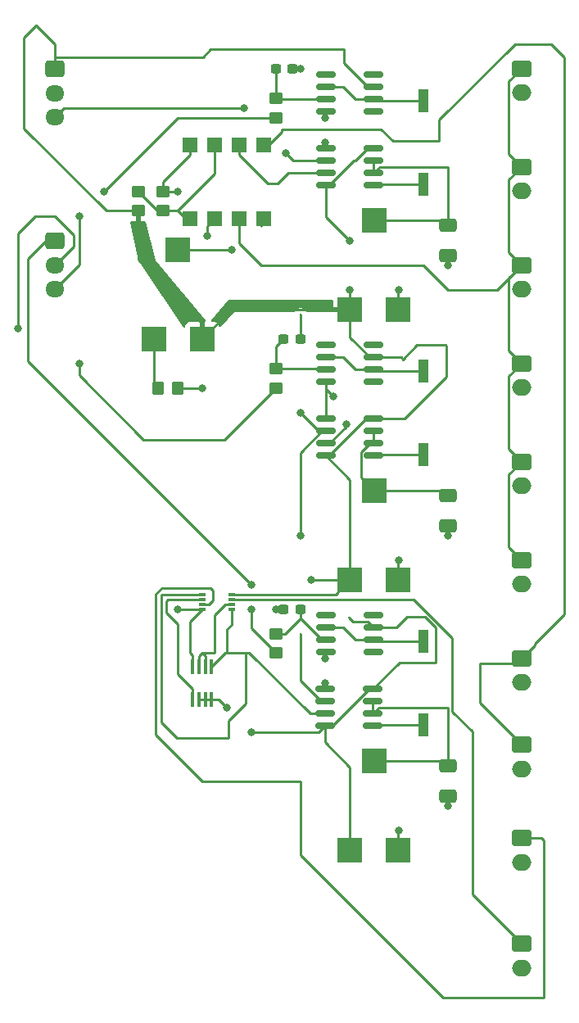
<source format=gbr>
%TF.GenerationSoftware,KiCad,Pcbnew,7.0.7*%
%TF.CreationDate,2023-10-13T16:46:10-07:00*%
%TF.ProjectId,555Trigger,35353554-7269-4676-9765-722e6b696361,0*%
%TF.SameCoordinates,Original*%
%TF.FileFunction,Copper,L1,Top*%
%TF.FilePolarity,Positive*%
%FSLAX46Y46*%
G04 Gerber Fmt 4.6, Leading zero omitted, Abs format (unit mm)*
G04 Created by KiCad (PCBNEW 7.0.7) date 2023-10-13 16:46:10*
%MOMM*%
%LPD*%
G01*
G04 APERTURE LIST*
G04 Aperture macros list*
%AMRoundRect*
0 Rectangle with rounded corners*
0 $1 Rounding radius*
0 $2 $3 $4 $5 $6 $7 $8 $9 X,Y pos of 4 corners*
0 Add a 4 corners polygon primitive as box body*
4,1,4,$2,$3,$4,$5,$6,$7,$8,$9,$2,$3,0*
0 Add four circle primitives for the rounded corners*
1,1,$1+$1,$2,$3*
1,1,$1+$1,$4,$5*
1,1,$1+$1,$6,$7*
1,1,$1+$1,$8,$9*
0 Add four rect primitives between the rounded corners*
20,1,$1+$1,$2,$3,$4,$5,0*
20,1,$1+$1,$4,$5,$6,$7,0*
20,1,$1+$1,$6,$7,$8,$9,0*
20,1,$1+$1,$8,$9,$2,$3,0*%
G04 Aperture macros list end*
%TA.AperFunction,ComponentPad*%
%ADD10RoundRect,0.250000X-0.750000X0.600000X-0.750000X-0.600000X0.750000X-0.600000X0.750000X0.600000X0*%
%TD*%
%TA.AperFunction,ComponentPad*%
%ADD11O,2.000000X1.700000*%
%TD*%
%TA.AperFunction,SMDPad,CuDef*%
%ADD12R,1.600000X1.600000*%
%TD*%
%TA.AperFunction,SMDPad,CuDef*%
%ADD13R,2.500000X2.500000*%
%TD*%
%TA.AperFunction,ComponentPad*%
%ADD14O,1.950000X1.700000*%
%TD*%
%TA.AperFunction,ComponentPad*%
%ADD15RoundRect,0.250000X-0.725000X0.600000X-0.725000X-0.600000X0.725000X-0.600000X0.725000X0.600000X0*%
%TD*%
%TA.AperFunction,SMDPad,CuDef*%
%ADD16R,0.300000X1.600000*%
%TD*%
%TA.AperFunction,SMDPad,CuDef*%
%ADD17RoundRect,0.150000X-0.825000X-0.150000X0.825000X-0.150000X0.825000X0.150000X-0.825000X0.150000X0*%
%TD*%
%TA.AperFunction,SMDPad,CuDef*%
%ADD18RoundRect,0.237500X-0.300000X-0.237500X0.300000X-0.237500X0.300000X0.237500X-0.300000X0.237500X0*%
%TD*%
%TA.AperFunction,SMDPad,CuDef*%
%ADD19RoundRect,0.250000X0.450000X-0.350000X0.450000X0.350000X-0.450000X0.350000X-0.450000X-0.350000X0*%
%TD*%
%TA.AperFunction,SMDPad,CuDef*%
%ADD20RoundRect,0.250000X-0.350000X-0.450000X0.350000X-0.450000X0.350000X0.450000X-0.350000X0.450000X0*%
%TD*%
%TA.AperFunction,SMDPad,CuDef*%
%ADD21RoundRect,0.250000X-0.650000X0.412500X-0.650000X-0.412500X0.650000X-0.412500X0.650000X0.412500X0*%
%TD*%
%TA.AperFunction,SMDPad,CuDef*%
%ADD22R,1.120000X2.440000*%
%TD*%
%TA.AperFunction,SMDPad,CuDef*%
%ADD23RoundRect,0.237500X0.300000X0.237500X-0.300000X0.237500X-0.300000X-0.237500X0.300000X-0.237500X0*%
%TD*%
%TA.AperFunction,SMDPad,CuDef*%
%ADD24R,0.800000X0.300000*%
%TD*%
%TA.AperFunction,ViaPad*%
%ADD25C,0.800000*%
%TD*%
%TA.AperFunction,ViaPad*%
%ADD26C,0.300000*%
%TD*%
%TA.AperFunction,Conductor*%
%ADD27C,0.250000*%
%TD*%
G04 APERTURE END LIST*
D10*
%TO.P,Brain2,1,Pin_1*%
%TO.N,Net-(Brain1-Pin_1)*%
X78747500Y-100350000D03*
D11*
%TO.P,Brain2,2,Pin_2*%
%TO.N,GND*%
X78747500Y-102850000D03*
%TD*%
D12*
%TO.P,U9,1*%
%TO.N,Net-(Brain1-Pin_1)*%
X52070000Y-38354000D03*
%TO.P,U9,2,-*%
%TO.N,/Brain_Camera_Unit/Trigger_Out*%
X49530000Y-38354000D03*
%TO.P,U9,3,+*%
%TO.N,Net-(U9A-+)*%
X46990000Y-38354000D03*
%TO.P,U9,4,V-*%
%TO.N,GND*%
X44450000Y-38354000D03*
%TO.P,U9,5,+*%
%TO.N,Net-(U9A-+)*%
X44450000Y-45974000D03*
%TO.P,U9,6,-*%
%TO.N,/Behavior_Camera_Unit/Trigger_Out*%
X46990000Y-45974000D03*
%TO.P,U9,7*%
%TO.N,Net-(Behavior1-Pin_1)*%
X49530000Y-45974000D03*
%TO.P,U9,8,V+*%
%TO.N,Net-(U9C-V+)*%
X52070000Y-45974000D03*
%TD*%
D13*
%TO.P,Behav_Timing1,3,3*%
%TO.N,+5V*%
X61000000Y-83365000D03*
%TO.P,Behav_Timing1,2,2*%
%TO.N,Net-(Behav_555-DIS)*%
X63500000Y-74115000D03*
%TO.P,Behav_Timing1,1,1*%
%TO.N,GND*%
X66000000Y-83365000D03*
%TD*%
%TO.P,Brain_Timing1,3,3*%
%TO.N,+5V*%
X61000000Y-55425000D03*
%TO.P,Brain_Timing1,2,2*%
%TO.N,Net-(Brain_555-DIS)*%
X63500000Y-46175000D03*
%TO.P,Brain_Timing1,1,1*%
%TO.N,GND*%
X66000000Y-55425000D03*
%TD*%
%TO.P,Output_Voltage1,3,3*%
%TO.N,Net-(Output_Voltage1-Pad3)*%
X40720000Y-58420000D03*
%TO.P,Output_Voltage1,2,2*%
%TO.N,Net-(U9C-V+)*%
X43220000Y-49170000D03*
%TO.P,Output_Voltage1,1,1*%
%TO.N,+5V*%
X45720000Y-58420000D03*
%TD*%
%TO.P,Strobe_Timing1,3,3*%
%TO.N,+5V*%
X61000000Y-111305000D03*
%TO.P,Strobe_Timing1,2,2*%
%TO.N,Net-(Strobe_555-DIS)*%
X63500000Y-102055000D03*
%TO.P,Strobe_Timing1,1,1*%
%TO.N,GND*%
X66000000Y-111305000D03*
%TD*%
D14*
%TO.P,WidthControlSignal1,3,Pin_3*%
%TO.N,/Brain_Camera_Unit/CV_In*%
X30480000Y-53300000D03*
%TO.P,WidthControlSignal1,2,Pin_2*%
%TO.N,/Behavior_Camera_Unit/CV_In*%
X30480000Y-50800000D03*
D15*
%TO.P,WidthControlSignal1,1,Pin_1*%
%TO.N,/Strobing_Trigger/CV_In*%
X30480000Y-48300000D03*
%TD*%
D14*
%TO.P,Power_In1,3,Pin_3*%
%TO.N,VAC*%
X30480000Y-35520000D03*
%TO.P,Power_In1,2,Pin_2*%
%TO.N,GND*%
X30480000Y-33020000D03*
D15*
%TO.P,Power_In1,1,Pin_1*%
%TO.N,+5V*%
X30480000Y-30520000D03*
%TD*%
D11*
%TO.P,Strobing2,2,Pin_2*%
%TO.N,GND*%
X78747500Y-112502000D03*
D10*
%TO.P,Strobing2,1,Pin_1*%
%TO.N,Net-(Strobing2-Pin_1)*%
X78747500Y-110002000D03*
%TD*%
%TO.P,Strobing1,1,Pin_1*%
%TO.N,Net-(Strobing1-Pin_1)*%
X78747500Y-120924000D03*
D11*
%TO.P,Strobing1,2,Pin_2*%
%TO.N,GND*%
X78747500Y-123424000D03*
%TD*%
D10*
%TO.P,Brain1,1,Pin_1*%
%TO.N,Net-(Brain1-Pin_1)*%
X78740000Y-91440000D03*
D11*
%TO.P,Brain1,2,Pin_2*%
%TO.N,GND*%
X78740000Y-93940000D03*
%TD*%
D10*
%TO.P,Behavior6,1,Pin_1*%
%TO.N,Net-(Behavior1-Pin_1)*%
X78740000Y-30480000D03*
D11*
%TO.P,Behavior6,2,Pin_2*%
%TO.N,GND*%
X78740000Y-32980000D03*
%TD*%
D10*
%TO.P,Behavior5,1,Pin_1*%
%TO.N,Net-(Behavior1-Pin_1)*%
X78740000Y-40640000D03*
D11*
%TO.P,Behavior5,2,Pin_2*%
%TO.N,GND*%
X78740000Y-43140000D03*
%TD*%
D10*
%TO.P,Behavior4,1,Pin_1*%
%TO.N,Net-(Behavior1-Pin_1)*%
X78740000Y-50800000D03*
D11*
%TO.P,Behavior4,2,Pin_2*%
%TO.N,GND*%
X78740000Y-53300000D03*
%TD*%
D10*
%TO.P,Behavior3,1,Pin_1*%
%TO.N,Net-(Behavior1-Pin_1)*%
X78740000Y-60960000D03*
D11*
%TO.P,Behavior3,2,Pin_2*%
%TO.N,GND*%
X78740000Y-63460000D03*
%TD*%
D10*
%TO.P,Behavior2,1,Pin_1*%
%TO.N,Net-(Behavior1-Pin_1)*%
X78740000Y-71120000D03*
D11*
%TO.P,Behavior2,2,Pin_2*%
%TO.N,GND*%
X78740000Y-73620000D03*
%TD*%
D10*
%TO.P,Behavior1,1,Pin_1*%
%TO.N,Net-(Behavior1-Pin_1)*%
X78740000Y-81280000D03*
D11*
%TO.P,Behavior1,2,Pin_2*%
%TO.N,GND*%
X78740000Y-83780000D03*
%TD*%
D16*
%TO.P,U7,1,C*%
%TO.N,/Strobing_Trigger/Trigger_Out*%
X46695000Y-92280000D03*
%TO.P,U7,2,D*%
%TO.N,Net-(U7-D)*%
X46045000Y-92280000D03*
%TO.P,U7,3,~{Q}*%
X45395000Y-92280000D03*
%TO.P,U7,4,GND*%
%TO.N,GND*%
X44745000Y-92280000D03*
%TO.P,U7,5,Q*%
%TO.N,Net-(U7-Q)*%
X44745000Y-95680000D03*
%TO.P,U7,6,~{CLR}*%
%TO.N,+5V*%
X45395000Y-95680000D03*
%TO.P,U7,7,~{PRE}*%
X46045000Y-95680000D03*
%TO.P,U7,8,VCC*%
X46695000Y-95680000D03*
%TD*%
D17*
%TO.P,Brain_555,8,VCC*%
%TO.N,+5V*%
X63435000Y-38735000D03*
%TO.P,Brain_555,7,DIS*%
%TO.N,Net-(Brain_555-DIS)*%
X63435000Y-40005000D03*
%TO.P,Brain_555,6,THR*%
X63435000Y-41275000D03*
%TO.P,Brain_555,5,CV*%
%TO.N,Net-(Brain_555-CV)*%
X63435000Y-42545000D03*
%TO.P,Brain_555,4,R*%
%TO.N,+5V*%
X58485000Y-42545000D03*
%TO.P,Brain_555,3,Q*%
%TO.N,/Brain_Camera_Unit/Trigger_Out*%
X58485000Y-41275000D03*
%TO.P,Brain_555,2,TR*%
%TO.N,VAC*%
X58485000Y-40005000D03*
%TO.P,Brain_555,1,GND*%
%TO.N,GND*%
X58485000Y-38735000D03*
%TD*%
D18*
%TO.P,Brain_Filter_C1,2*%
%TO.N,GND*%
X55065000Y-30480000D03*
%TO.P,Brain_Filter_C1,1*%
%TO.N,Net-(In_Buffer_Brain1-+)*%
X53340000Y-30480000D03*
%TD*%
D19*
%TO.P,Behav_Filter_R1,2*%
%TO.N,Net-(In_Buffer_Behav1-+)*%
X53340000Y-61500000D03*
%TO.P,Behav_Filter_R1,1*%
%TO.N,/Behavior_Camera_Unit/CV_In*%
X53340000Y-63500000D03*
%TD*%
D20*
%TO.P,R4,2*%
%TO.N,GND*%
X43180000Y-63500000D03*
%TO.P,R4,1*%
%TO.N,Net-(Output_Voltage1-Pad3)*%
X41180000Y-63500000D03*
%TD*%
D21*
%TO.P,Behav_Timing_C1,2*%
%TO.N,GND*%
X71120000Y-77762500D03*
%TO.P,Behav_Timing_C1,1*%
%TO.N,Net-(Behav_555-DIS)*%
X71120000Y-74637500D03*
%TD*%
D17*
%TO.P,In_Buffer_Strobe1,8,NC*%
%TO.N,unconnected-(In_Buffer_Strobe1-NC-Pad8)*%
X63435000Y-86995000D03*
%TO.P,In_Buffer_Strobe1,7,V+*%
%TO.N,+5V*%
X63435000Y-88265000D03*
%TO.P,In_Buffer_Strobe1,6*%
%TO.N,Net-(In_Buffer_Strobe1--)*%
X63435000Y-89535000D03*
%TO.P,In_Buffer_Strobe1,5,NC*%
%TO.N,unconnected-(In_Buffer_Strobe1-NC-Pad5)*%
X63435000Y-90805000D03*
%TO.P,In_Buffer_Strobe1,4,V-*%
%TO.N,GND*%
X58485000Y-90805000D03*
%TO.P,In_Buffer_Strobe1,3,+*%
%TO.N,Net-(In_Buffer_Strobe1-+)*%
X58485000Y-89535000D03*
%TO.P,In_Buffer_Strobe1,2,-*%
%TO.N,Net-(In_Buffer_Strobe1--)*%
X58485000Y-88265000D03*
%TO.P,In_Buffer_Strobe1,1,NC*%
%TO.N,unconnected-(In_Buffer_Strobe1-NC-Pad1)*%
X58485000Y-86995000D03*
%TD*%
D18*
%TO.P,Behav_Filter_C1,2*%
%TO.N,GND*%
X55880000Y-58420000D03*
%TO.P,Behav_Filter_C1,1*%
%TO.N,Net-(In_Buffer_Behav1-+)*%
X54155000Y-58420000D03*
%TD*%
D17*
%TO.P,In_Buffer_Brain1,8,NC*%
%TO.N,unconnected-(In_Buffer_Brain1-NC-Pad8)*%
X63435000Y-31115000D03*
%TO.P,In_Buffer_Brain1,7,V+*%
%TO.N,+5V*%
X63435000Y-32385000D03*
%TO.P,In_Buffer_Brain1,6*%
%TO.N,Net-(In_Buffer_Brain1--)*%
X63435000Y-33655000D03*
%TO.P,In_Buffer_Brain1,5,NC*%
%TO.N,unconnected-(In_Buffer_Brain1-NC-Pad5)*%
X63435000Y-34925000D03*
%TO.P,In_Buffer_Brain1,4,V-*%
%TO.N,GND*%
X58485000Y-34925000D03*
%TO.P,In_Buffer_Brain1,3,+*%
%TO.N,Net-(In_Buffer_Brain1-+)*%
X58485000Y-33655000D03*
%TO.P,In_Buffer_Brain1,2,-*%
%TO.N,Net-(In_Buffer_Brain1--)*%
X58485000Y-32385000D03*
%TO.P,In_Buffer_Brain1,1,NC*%
%TO.N,unconnected-(In_Buffer_Brain1-NC-Pad1)*%
X58485000Y-31115000D03*
%TD*%
D19*
%TO.P,Strobe_Filter_R1,2*%
%TO.N,Net-(In_Buffer_Strobe1-+)*%
X53340000Y-88900000D03*
%TO.P,Strobe_Filter_R1,1*%
%TO.N,/Strobing_Trigger/CV_In*%
X53340000Y-90900000D03*
%TD*%
D22*
%TO.P,SW_Behav1,2*%
%TO.N,Net-(Behav_555-CV)*%
X68580000Y-70345000D03*
%TO.P,SW_Behav1,1*%
%TO.N,Net-(In_Buffer_Behav1--)*%
X68580000Y-61735000D03*
%TD*%
D17*
%TO.P,Strobe_555,8,VCC*%
%TO.N,+5V*%
X63370000Y-94615000D03*
%TO.P,Strobe_555,7,DIS*%
%TO.N,Net-(Strobe_555-DIS)*%
X63370000Y-95885000D03*
%TO.P,Strobe_555,6,THR*%
X63370000Y-97155000D03*
%TO.P,Strobe_555,5,CV*%
%TO.N,Net-(Strobe_555-CV)*%
X63370000Y-98425000D03*
%TO.P,Strobe_555,4,R*%
%TO.N,+5V*%
X58420000Y-98425000D03*
%TO.P,Strobe_555,3,Q*%
%TO.N,/Strobing_Trigger/Trigger_Out*%
X58420000Y-97155000D03*
%TO.P,Strobe_555,2,TR*%
%TO.N,VAC*%
X58420000Y-95885000D03*
%TO.P,Strobe_555,1,GND*%
%TO.N,GND*%
X58420000Y-94615000D03*
%TD*%
D19*
%TO.P,R3,2*%
%TO.N,GND*%
X41656000Y-43180000D03*
%TO.P,R3,1*%
%TO.N,Net-(U9A-+)*%
X41656000Y-45180000D03*
%TD*%
D17*
%TO.P,Behav_555,8,VCC*%
%TO.N,+5V*%
X63435000Y-66675000D03*
%TO.P,Behav_555,7,DIS*%
%TO.N,Net-(Behav_555-DIS)*%
X63435000Y-67945000D03*
%TO.P,Behav_555,6,THR*%
X63435000Y-69215000D03*
%TO.P,Behav_555,5,CV*%
%TO.N,Net-(Behav_555-CV)*%
X63435000Y-70485000D03*
%TO.P,Behav_555,4,R*%
%TO.N,+5V*%
X58485000Y-70485000D03*
%TO.P,Behav_555,3,Q*%
%TO.N,/Behavior_Camera_Unit/Trigger_Out*%
X58485000Y-69215000D03*
%TO.P,Behav_555,2,TR*%
%TO.N,VAC*%
X58485000Y-67945000D03*
%TO.P,Behav_555,1,GND*%
%TO.N,GND*%
X58485000Y-66675000D03*
%TD*%
D21*
%TO.P,Strobe_Timing_C1,2*%
%TO.N,GND*%
X71120000Y-105702500D03*
%TO.P,Strobe_Timing_C1,1*%
%TO.N,Net-(Strobe_555-DIS)*%
X71120000Y-102577500D03*
%TD*%
D23*
%TO.P,Strobe_Filter_C1,2*%
%TO.N,GND*%
X54155000Y-86360000D03*
%TO.P,Strobe_Filter_C1,1*%
%TO.N,Net-(In_Buffer_Strobe1-+)*%
X55880000Y-86360000D03*
%TD*%
D21*
%TO.P,Brain_Timing_C1,2*%
%TO.N,GND*%
X71120000Y-49822500D03*
%TO.P,Brain_Timing_C1,1*%
%TO.N,Net-(Brain_555-DIS)*%
X71120000Y-46697500D03*
%TD*%
D22*
%TO.P,SW_Strobe1,2*%
%TO.N,Net-(Strobe_555-CV)*%
X68580000Y-98285000D03*
%TO.P,SW_Strobe1,1*%
%TO.N,Net-(In_Buffer_Strobe1--)*%
X68580000Y-89675000D03*
%TD*%
D19*
%TO.P,Brain_Filter_R1,2*%
%TO.N,Net-(In_Buffer_Brain1-+)*%
X53340000Y-33560000D03*
%TO.P,Brain_Filter_R1,1*%
%TO.N,/Brain_Camera_Unit/CV_In*%
X53340000Y-35560000D03*
%TD*%
%TO.P,R2,2*%
%TO.N,Net-(U9A-+)*%
X39116000Y-43180000D03*
%TO.P,R2,1*%
%TO.N,+5V*%
X39116000Y-45180000D03*
%TD*%
D24*
%TO.P,U8,8,VCC*%
%TO.N,+5V*%
X48820000Y-84860000D03*
%TO.P,U8,7*%
%TO.N,Net-(Strobing1-Pin_1)*%
X48820000Y-85360000D03*
%TO.P,U8,6*%
%TO.N,Net-(U7-D)*%
X48820000Y-85860000D03*
%TO.P,U8,5*%
%TO.N,/Strobing_Trigger/Trigger_Out*%
X48820000Y-86360000D03*
%TO.P,U8,4,GND*%
%TO.N,GND*%
X45720000Y-86360000D03*
%TO.P,U8,3*%
%TO.N,Net-(Strobing2-Pin_1)*%
X45720000Y-85860000D03*
%TO.P,U8,2*%
%TO.N,Net-(U7-Q)*%
X45720000Y-85360000D03*
%TO.P,U8,1*%
%TO.N,/Strobing_Trigger/Trigger_Out*%
X45720000Y-84860000D03*
%TD*%
D22*
%TO.P,SW_Brain1,2*%
%TO.N,Net-(Brain_555-CV)*%
X68580000Y-42405000D03*
%TO.P,SW_Brain1,1*%
%TO.N,Net-(In_Buffer_Brain1--)*%
X68580000Y-33795000D03*
%TD*%
D17*
%TO.P,In_Buffer_Behav1,8,NC*%
%TO.N,unconnected-(In_Buffer_Behav1-NC-Pad8)*%
X63435000Y-59055000D03*
%TO.P,In_Buffer_Behav1,7,V+*%
%TO.N,+5V*%
X63435000Y-60325000D03*
%TO.P,In_Buffer_Behav1,6*%
%TO.N,Net-(In_Buffer_Behav1--)*%
X63435000Y-61595000D03*
%TO.P,In_Buffer_Behav1,5,NC*%
%TO.N,unconnected-(In_Buffer_Behav1-NC-Pad5)*%
X63435000Y-62865000D03*
%TO.P,In_Buffer_Behav1,4,V-*%
%TO.N,GND*%
X58485000Y-62865000D03*
%TO.P,In_Buffer_Behav1,3,+*%
%TO.N,Net-(In_Buffer_Behav1-+)*%
X58485000Y-61595000D03*
%TO.P,In_Buffer_Behav1,2,-*%
%TO.N,Net-(In_Buffer_Behav1--)*%
X58485000Y-60325000D03*
%TO.P,In_Buffer_Behav1,1,NC*%
%TO.N,unconnected-(In_Buffer_Behav1-NC-Pad1)*%
X58485000Y-59055000D03*
%TD*%
D25*
%TO.N,/Behavior_Camera_Unit/Trigger_Out*%
X46228000Y-47752000D03*
%TO.N,Net-(U9C-V+)*%
X51816000Y-45720000D03*
%TO.N,/Behavior_Camera_Unit/CV_In*%
X33020000Y-60960000D03*
X26645580Y-57356380D03*
%TO.N,+5V*%
X50800000Y-99060000D03*
X48260000Y-96520000D03*
%TO.N,/Behavior_Camera_Unit/Trigger_Out*%
X60602576Y-67247783D03*
%TO.N,VAC*%
X55880000Y-66040000D03*
X54341745Y-39231717D03*
X50029036Y-34555297D03*
X55880000Y-78740000D03*
D26*
X55880000Y-88900000D03*
D25*
%TO.N,+5V*%
X56973937Y-83344887D03*
D26*
X60884660Y-87224801D03*
D25*
X60960000Y-48260000D03*
X60960000Y-53340000D03*
%TO.N,/Brain_Camera_Unit/CV_In*%
X35560000Y-43180000D03*
X33020000Y-45720000D03*
%TO.N,GND*%
X43180000Y-43180000D03*
X58420000Y-38100000D03*
X58420000Y-35560000D03*
D26*
X55880000Y-55899500D03*
D25*
X59243157Y-64355899D03*
%TO.N,Net-(U9C-V+)*%
X48801551Y-49224210D03*
%TO.N,/Strobing_Trigger/CV_In*%
X50800000Y-86360000D03*
X50800000Y-83820000D03*
%TO.N,GND*%
X58420000Y-93980000D03*
X58420000Y-91440000D03*
X53340000Y-86360000D03*
X55880000Y-30480000D03*
X43180000Y-86360000D03*
X71120000Y-78740000D03*
X71120000Y-106680000D03*
X66040000Y-109220000D03*
X66040000Y-81280000D03*
X71120000Y-50800000D03*
X66040000Y-53340000D03*
X45720000Y-63500000D03*
%TD*%
D27*
%TO.N,Net-(Brain1-Pin_1)*%
X53944710Y-36987290D02*
X52324000Y-38608000D01*
X64231094Y-36735290D02*
X53944710Y-36735290D01*
X65458470Y-37962666D02*
X64231094Y-36735290D01*
X70221647Y-37962666D02*
X65458470Y-37962666D01*
X70221647Y-35769383D02*
X70221647Y-37962666D01*
X83162015Y-86872870D02*
X83162015Y-29314015D01*
X81788000Y-27940000D02*
X78051030Y-27940000D01*
X80065000Y-89969885D02*
X83162015Y-86872870D01*
X80065000Y-90115000D02*
X80065000Y-89969885D01*
X78051030Y-27940000D02*
X70221647Y-35769383D01*
X78740000Y-91440000D02*
X80065000Y-90115000D01*
X83162015Y-29314015D02*
X81788000Y-27940000D01*
X53944710Y-36735290D02*
X53944710Y-36987290D01*
X74422000Y-91948000D02*
X78232000Y-91948000D01*
X74422000Y-96024500D02*
X74422000Y-91948000D01*
X78232000Y-91948000D02*
X78740000Y-91440000D01*
X78747500Y-100350000D02*
X74422000Y-96024500D01*
%TO.N,Net-(Strobing1-Pin_1)*%
X71570000Y-96930000D02*
X71570000Y-89350000D01*
X71570000Y-89350000D02*
X67580000Y-85360000D01*
X73660000Y-99020000D02*
X71570000Y-96930000D01*
X67580000Y-85360000D02*
X48820000Y-85360000D01*
X73660000Y-115836500D02*
X73660000Y-99020000D01*
X78747500Y-120924000D02*
X73660000Y-115836500D01*
%TO.N,Net-(Strobing2-Pin_1)*%
X46420000Y-85860000D02*
X45720000Y-85860000D01*
X46792520Y-85487480D02*
X46420000Y-85860000D01*
X46792520Y-84421495D02*
X46792520Y-85487480D01*
X46554237Y-84183212D02*
X46792520Y-84421495D01*
X40943766Y-84781553D02*
X41542107Y-84183212D01*
X40943766Y-99363766D02*
X40943766Y-84781553D01*
X70612000Y-126492000D02*
X55880000Y-111760000D01*
X45720000Y-104140000D02*
X40943766Y-99363766D01*
X81026000Y-126492000D02*
X70612000Y-126492000D01*
X55880000Y-111760000D02*
X55880000Y-104140000D01*
X55880000Y-104140000D02*
X45720000Y-104140000D01*
X41542107Y-84183212D02*
X46554237Y-84183212D01*
X81026000Y-110236000D02*
X81026000Y-126492000D01*
X80792000Y-110002000D02*
X81026000Y-110236000D01*
X78747500Y-110002000D02*
X80792000Y-110002000D01*
%TO.N,/Brain_Camera_Unit/Trigger_Out*%
X49530000Y-39370000D02*
X49530000Y-38354000D01*
%TO.N,GND*%
X44450000Y-39370000D02*
X44450000Y-38354000D01*
%TO.N,Net-(U9A-+)*%
X46990000Y-41370000D02*
X46990000Y-38354000D01*
X43180000Y-45180000D02*
X46990000Y-41370000D01*
X43180000Y-45180000D02*
X41656000Y-45180000D01*
%TO.N,/Behavior_Camera_Unit/Trigger_Out*%
X46228000Y-46736000D02*
X46990000Y-45974000D01*
X46228000Y-47752000D02*
X46228000Y-46736000D01*
%TO.N,Net-(Behavior1-Pin_1)*%
X49530000Y-45974000D02*
X49530000Y-48514000D01*
X49530000Y-48514000D02*
X51816000Y-50800000D01*
%TO.N,Net-(U9C-V+)*%
X51816000Y-45720000D02*
X51816000Y-46736000D01*
%TO.N,Net-(Behavior1-Pin_1)*%
X68580000Y-50800000D02*
X51816000Y-50800000D01*
%TO.N,/Brain_Camera_Unit/Trigger_Out*%
X52511799Y-42351799D02*
X53534958Y-42351799D01*
X49530000Y-39370000D02*
X52511799Y-42351799D01*
%TO.N,GND*%
X41656000Y-43180000D02*
X43180000Y-43180000D01*
X41656000Y-42164000D02*
X44450000Y-39370000D01*
X41656000Y-43180000D02*
X41656000Y-42164000D01*
%TO.N,Net-(U9A-+)*%
X43180000Y-45180000D02*
X44450000Y-46450000D01*
X41116000Y-45180000D02*
X41656000Y-45180000D01*
X39116000Y-43180000D02*
X41116000Y-45180000D01*
%TO.N,+5V*%
X30480000Y-27940000D02*
X30480000Y-29291419D01*
X27292005Y-27317995D02*
X28575000Y-26035000D01*
X27292005Y-36659505D02*
X27292005Y-27317995D01*
X28575000Y-26035000D02*
X30480000Y-27940000D01*
X39116000Y-45180000D02*
X35812500Y-45180000D01*
X39116000Y-50230126D02*
X39116000Y-45180000D01*
X45720000Y-56834126D02*
X39116000Y-50230126D01*
X45720000Y-58420000D02*
X45720000Y-56834126D01*
X35812500Y-45180000D02*
X27292005Y-36659505D01*
X60337464Y-28487215D02*
X46592893Y-28487215D01*
X60337464Y-29876294D02*
X60337464Y-28487215D01*
X62846170Y-32385000D02*
X60337464Y-29876294D01*
X46592893Y-28487215D02*
X45788689Y-29291419D01*
X30480000Y-29291419D02*
X30480000Y-30520000D01*
X63435000Y-32385000D02*
X62846170Y-32385000D01*
X45788689Y-29291419D02*
X30480000Y-29291419D01*
%TO.N,/Behavior_Camera_Unit/CV_In*%
X28465786Y-45700000D02*
X26645580Y-47520206D01*
X30460000Y-45700000D02*
X28465786Y-45700000D01*
X26645580Y-47520206D02*
X26645580Y-57356380D01*
X32407686Y-47647686D02*
X30460000Y-45700000D01*
X32407686Y-48872314D02*
X32407686Y-47647686D01*
X30480000Y-50800000D02*
X32407686Y-48872314D01*
%TO.N,VAC*%
X31444703Y-34555297D02*
X50029036Y-34555297D01*
X30480000Y-35520000D02*
X31444703Y-34555297D01*
%TO.N,/Behavior_Camera_Unit/CV_In*%
X39654874Y-68835151D02*
X48004849Y-68835151D01*
X48004849Y-68835151D02*
X53340000Y-63500000D01*
X33020000Y-62200277D02*
X39654874Y-68835151D01*
X33020000Y-60960000D02*
X33020000Y-62200277D01*
%TO.N,/Brain_Camera_Unit/CV_In*%
X33020000Y-50760000D02*
X33020000Y-45720000D01*
X30480000Y-53300000D02*
X33020000Y-50760000D01*
%TO.N,/Strobing_Trigger/CV_In*%
X27734459Y-50128476D02*
X27734459Y-60754459D01*
X29562935Y-48300000D02*
X27734459Y-50128476D01*
X30480000Y-48300000D02*
X29562935Y-48300000D01*
X27734459Y-60754459D02*
X50800000Y-83820000D01*
%TO.N,Net-(Behavior1-Pin_1)*%
X76200000Y-53340000D02*
X71120000Y-53340000D01*
X78740000Y-50800000D02*
X76200000Y-53340000D01*
%TO.N,Net-(Strobing2-Pin_1)*%
X79034000Y-109514000D02*
X79074000Y-109474000D01*
%TO.N,+5V*%
X50800000Y-99060000D02*
X57785000Y-99060000D01*
X57785000Y-99060000D02*
X58420000Y-98425000D01*
X47420000Y-95680000D02*
X48260000Y-96520000D01*
X46695000Y-95680000D02*
X47420000Y-95680000D01*
%TO.N,Net-(U7-Q)*%
X43180000Y-87871530D02*
X42023009Y-86714539D01*
X43180000Y-93065000D02*
X43180000Y-87871530D01*
X42023009Y-86714539D02*
X42023009Y-85520720D01*
X44745000Y-94630000D02*
X43180000Y-93065000D01*
X42189627Y-85360000D02*
X45720000Y-85360000D01*
X44745000Y-95680000D02*
X44745000Y-94630000D01*
X42023009Y-85520720D02*
X42186678Y-85357051D01*
X42186678Y-85357051D02*
X42189627Y-85360000D01*
%TO.N,+5V*%
X46045000Y-95680000D02*
X46695000Y-95680000D01*
X45395000Y-95680000D02*
X46045000Y-95680000D01*
%TO.N,/Strobing_Trigger/Trigger_Out*%
X48132500Y-90842500D02*
X48260000Y-90842500D01*
X46695000Y-92280000D02*
X48132500Y-90842500D01*
%TO.N,GND*%
X44745000Y-91137500D02*
X44450000Y-90842500D01*
X44745000Y-92280000D02*
X44745000Y-91137500D01*
%TO.N,Net-(U7-D)*%
X45395000Y-91167500D02*
X45395000Y-92280000D01*
X45720000Y-90842500D02*
X45395000Y-91167500D01*
X46045000Y-91167500D02*
X46045000Y-92280000D01*
X45720000Y-90842500D02*
X46045000Y-91167500D01*
%TO.N,/Behavior_Camera_Unit/Trigger_Out*%
X60602576Y-67474175D02*
X60602576Y-67247783D01*
X58861751Y-69215000D02*
X60602576Y-67474175D01*
X58485000Y-69215000D02*
X58861751Y-69215000D01*
%TO.N,VAC*%
X55880000Y-66040000D02*
X57785000Y-67945000D01*
X57785000Y-67945000D02*
X58485000Y-67945000D01*
X55115028Y-40005000D02*
X58485000Y-40005000D01*
X54341745Y-39231717D02*
X55115028Y-40005000D01*
X58108249Y-67945000D02*
X58485000Y-67945000D01*
X55880000Y-70173249D02*
X58108249Y-67945000D01*
X55880000Y-78740000D02*
X55880000Y-70173249D01*
X55880000Y-93721751D02*
X55880000Y-88900000D01*
X58043249Y-95885000D02*
X55880000Y-93721751D01*
X58420000Y-95885000D02*
X58043249Y-95885000D01*
%TO.N,+5V*%
X56994050Y-83365000D02*
X56973937Y-83344887D01*
X61000000Y-83365000D02*
X56994050Y-83365000D01*
X61299859Y-87640000D02*
X60884660Y-87224801D01*
X62810000Y-87640000D02*
X61299859Y-87640000D01*
X63435000Y-88265000D02*
X62810000Y-87640000D01*
X59505000Y-84860000D02*
X61000000Y-83365000D01*
X48820000Y-84860000D02*
X59505000Y-84860000D01*
X58485000Y-45785000D02*
X58485000Y-42545000D01*
X60960000Y-48260000D02*
X58485000Y-45785000D01*
X61000000Y-53380000D02*
X60960000Y-53340000D01*
X61000000Y-55425000D02*
X61000000Y-53380000D01*
%TO.N,/Brain_Camera_Unit/CV_In*%
X43180000Y-35560000D02*
X53340000Y-35560000D01*
X35560000Y-43180000D02*
X43180000Y-35560000D01*
%TO.N,GND*%
X58485000Y-38165000D02*
X58420000Y-38100000D01*
X58485000Y-38735000D02*
X58485000Y-38165000D01*
X58485000Y-35495000D02*
X58420000Y-35560000D01*
X58485000Y-34925000D02*
X58485000Y-35495000D01*
X55880000Y-58420000D02*
X55880000Y-55899500D01*
X58485000Y-63597742D02*
X59243157Y-64355899D01*
X58485000Y-63500000D02*
X58485000Y-63597742D01*
X58485000Y-63500000D02*
X58485000Y-62865000D01*
X58485000Y-66675000D02*
X58485000Y-63500000D01*
%TO.N,Net-(U9C-V+)*%
X48747341Y-49170000D02*
X48801551Y-49224210D01*
X43220000Y-49170000D02*
X48747341Y-49170000D01*
%TO.N,+5V*%
X62794473Y-38735000D02*
X63435000Y-38735000D01*
X61533795Y-39995678D02*
X62794473Y-38735000D01*
X61411073Y-39995678D02*
X61533795Y-39995678D01*
X58861751Y-42545000D02*
X61411073Y-39995678D01*
X58485000Y-42545000D02*
X58861751Y-42545000D01*
X63058249Y-60325000D02*
X63435000Y-60325000D01*
X61000000Y-58266751D02*
X63058249Y-60325000D01*
X61000000Y-55425000D02*
X61000000Y-58266751D01*
X67956344Y-59053615D02*
X66494156Y-60515803D01*
X70880721Y-59053615D02*
X67956344Y-59053615D01*
X66494156Y-60515803D02*
X66303353Y-60325000D01*
X70929461Y-62367908D02*
X70929461Y-59102355D01*
X70929461Y-59102355D02*
X70880721Y-59053615D01*
X66622369Y-66675000D02*
X70929461Y-62367908D01*
X66303353Y-60325000D02*
X63435000Y-60325000D01*
X63435000Y-66675000D02*
X66622369Y-66675000D01*
X58861751Y-70485000D02*
X62671751Y-66675000D01*
X58485000Y-70485000D02*
X58861751Y-70485000D01*
X62671751Y-66675000D02*
X63435000Y-66675000D01*
X61000000Y-73000000D02*
X58485000Y-70485000D01*
X61000000Y-83365000D02*
X61000000Y-73000000D01*
X48715000Y-55425000D02*
X61000000Y-55425000D01*
X45720000Y-58420000D02*
X48715000Y-55425000D01*
%TO.N,Net-(Output_Voltage1-Pad3)*%
X40720000Y-63040000D02*
X41180000Y-63500000D01*
X40720000Y-58420000D02*
X40720000Y-63040000D01*
%TO.N,/Strobing_Trigger/CV_In*%
X50800000Y-88360000D02*
X50800000Y-86360000D01*
X53340000Y-90900000D02*
X50800000Y-88360000D01*
%TO.N,+5V*%
X66928144Y-87172575D02*
X65835719Y-88265000D01*
X65835719Y-88265000D02*
X63435000Y-88265000D01*
X68756179Y-87172575D02*
X66928144Y-87172575D01*
X69852521Y-88268917D02*
X68756179Y-87172575D01*
X69852521Y-91851578D02*
X69852521Y-88268917D01*
X66133422Y-91851578D02*
X69852521Y-91851578D01*
X63370000Y-94615000D02*
X66133422Y-91851578D01*
X61000000Y-102705000D02*
X61000000Y-111305000D01*
X58420000Y-100125000D02*
X61000000Y-102705000D01*
X58420000Y-98425000D02*
X58420000Y-100125000D01*
%TO.N,/Strobing_Trigger/Trigger_Out*%
X41512243Y-84860000D02*
X45720000Y-84860000D01*
X41506979Y-98068587D02*
X41506979Y-84854736D01*
X43088309Y-99649917D02*
X41506979Y-98068587D01*
X48460498Y-99649917D02*
X43088309Y-99649917D01*
X48460498Y-97852002D02*
X48460498Y-99649917D01*
X50202500Y-96110000D02*
X48460498Y-97852002D01*
X50202500Y-90842500D02*
X50202500Y-96110000D01*
X41506979Y-84854736D02*
X41512243Y-84860000D01*
X50202500Y-90842500D02*
X48260000Y-90842500D01*
X50565713Y-90842500D02*
X50202500Y-90842500D01*
%TO.N,Net-(U7-D)*%
X48120000Y-85860000D02*
X48820000Y-85860000D01*
X46990000Y-86990000D02*
X48120000Y-85860000D01*
X46990000Y-90842500D02*
X46990000Y-86990000D01*
X45720000Y-90842500D02*
X46990000Y-90842500D01*
%TO.N,/Strobing_Trigger/Trigger_Out*%
X48820000Y-87912796D02*
X48820000Y-86360000D01*
X48260000Y-88472796D02*
X48820000Y-87912796D01*
X48260000Y-90842500D02*
X48260000Y-88472796D01*
X56878213Y-97155000D02*
X50565713Y-90842500D01*
X58420000Y-97155000D02*
X56878213Y-97155000D01*
%TO.N,GND*%
X58420000Y-94615000D02*
X58420000Y-93980000D01*
X58485000Y-91375000D02*
X58420000Y-91440000D01*
X58485000Y-90805000D02*
X58485000Y-91375000D01*
%TO.N,+5V*%
X59183249Y-98425000D02*
X58420000Y-98425000D01*
X62993249Y-94615000D02*
X59183249Y-98425000D01*
X63370000Y-94615000D02*
X62993249Y-94615000D01*
%TO.N,Net-(Behavior1-Pin_1)*%
X71120000Y-53340000D02*
X68580000Y-50800000D01*
X77415000Y-31805000D02*
X78740000Y-30480000D01*
X77415000Y-39315000D02*
X77415000Y-31805000D01*
X78740000Y-40640000D02*
X77415000Y-39315000D01*
X77415000Y-41965000D02*
X78740000Y-40640000D01*
X77415000Y-49475000D02*
X77415000Y-41965000D01*
X78740000Y-50800000D02*
X77415000Y-49475000D01*
X77415000Y-52125000D02*
X78740000Y-50800000D01*
X77415000Y-59635000D02*
X77415000Y-52125000D01*
X78740000Y-60960000D02*
X77415000Y-59635000D01*
X77415000Y-69795000D02*
X77415000Y-62285000D01*
X77415000Y-62285000D02*
X78740000Y-60960000D01*
X78740000Y-71120000D02*
X77415000Y-69795000D01*
X77415000Y-72445000D02*
X78740000Y-71120000D01*
X77415000Y-79955000D02*
X77415000Y-72445000D01*
X78740000Y-81280000D02*
X77415000Y-79955000D01*
%TO.N,GND*%
X54155000Y-86360000D02*
X53340000Y-86360000D01*
X55065000Y-30480000D02*
X55880000Y-30480000D01*
%TO.N,/Brain_Camera_Unit/Trigger_Out*%
X54611757Y-41275000D02*
X58485000Y-41275000D01*
X53534958Y-42351799D02*
X54611757Y-41275000D01*
%TO.N,Net-(In_Buffer_Brain1-+)*%
X53435000Y-33655000D02*
X58485000Y-33655000D01*
X53340000Y-33560000D02*
X53435000Y-33655000D01*
X53340000Y-30480000D02*
X53340000Y-33560000D01*
%TO.N,Net-(In_Buffer_Behav1-+)*%
X58390000Y-61500000D02*
X53340000Y-61500000D01*
X58485000Y-61595000D02*
X58390000Y-61500000D01*
X53340000Y-59235000D02*
X53340000Y-61500000D01*
X54155000Y-58420000D02*
X53340000Y-59235000D01*
%TO.N,Net-(Strobe_555-DIS)*%
X64005000Y-96520000D02*
X63370000Y-97155000D01*
X71120000Y-102577500D02*
X71120000Y-96520000D01*
X71120000Y-96520000D02*
X64005000Y-96520000D01*
X70597500Y-102055000D02*
X71120000Y-102577500D01*
X63500000Y-102055000D02*
X70597500Y-102055000D01*
%TO.N,Net-(Brain_555-DIS)*%
X70597500Y-46175000D02*
X63500000Y-46175000D01*
X71120000Y-46697500D02*
X70597500Y-46175000D01*
X71120000Y-40640000D02*
X71120000Y-46697500D01*
X64070000Y-40640000D02*
X71120000Y-40640000D01*
X63435000Y-41275000D02*
X64070000Y-40640000D01*
X63435000Y-40005000D02*
X63435000Y-41275000D01*
%TO.N,Net-(Brain_555-CV)*%
X63575000Y-42405000D02*
X68580000Y-42405000D01*
X63435000Y-42545000D02*
X63575000Y-42405000D01*
%TO.N,Net-(In_Buffer_Brain1--)*%
X63575000Y-33795000D02*
X68580000Y-33795000D01*
X63435000Y-33655000D02*
X63575000Y-33795000D01*
X60325000Y-32385000D02*
X58485000Y-32385000D01*
X61595000Y-33655000D02*
X60325000Y-32385000D01*
X63435000Y-33655000D02*
X61595000Y-33655000D01*
%TO.N,Net-(In_Buffer_Behav1--)*%
X60325000Y-60325000D02*
X58485000Y-60325000D01*
X61595000Y-61595000D02*
X60325000Y-60325000D01*
X63435000Y-61595000D02*
X61595000Y-61595000D01*
%TO.N,Net-(In_Buffer_Strobe1--)*%
X61595000Y-89535000D02*
X63435000Y-89535000D01*
X60325000Y-88265000D02*
X61595000Y-89535000D01*
X58485000Y-88265000D02*
X60325000Y-88265000D01*
%TO.N,Net-(In_Buffer_Strobe1-+)*%
X54286751Y-88900000D02*
X53340000Y-88900000D01*
X55880000Y-87306751D02*
X54286751Y-88900000D01*
X55880000Y-87306751D02*
X55880000Y-86360000D01*
X58485000Y-89535000D02*
X58108249Y-89535000D01*
X58108249Y-89535000D02*
X55880000Y-87306751D01*
%TO.N,Net-(In_Buffer_Strobe1--)*%
X63575000Y-89675000D02*
X63435000Y-89535000D01*
X68580000Y-89675000D02*
X63575000Y-89675000D01*
%TO.N,Net-(Strobe_555-CV)*%
X63510000Y-98285000D02*
X68580000Y-98285000D01*
X63370000Y-98425000D02*
X63510000Y-98285000D01*
%TO.N,Net-(In_Buffer_Behav1--)*%
X63575000Y-61735000D02*
X63435000Y-61595000D01*
X68580000Y-61735000D02*
X63575000Y-61735000D01*
%TO.N,Net-(Behav_555-CV)*%
X63575000Y-70345000D02*
X68580000Y-70345000D01*
X63435000Y-70485000D02*
X63575000Y-70345000D01*
%TO.N,Net-(Behav_555-DIS)*%
X63435000Y-69215000D02*
X63435000Y-67945000D01*
X62135000Y-70138249D02*
X63058249Y-69215000D01*
X62135000Y-72750000D02*
X62135000Y-70138249D01*
X63058249Y-69215000D02*
X63435000Y-69215000D01*
X63500000Y-74115000D02*
X62135000Y-72750000D01*
X70597500Y-74115000D02*
X71120000Y-74637500D01*
X63500000Y-74115000D02*
X70597500Y-74115000D01*
%TO.N,Net-(Strobe_555-DIS)*%
X63370000Y-95885000D02*
X63370000Y-97155000D01*
%TO.N,GND*%
X45720000Y-86360000D02*
X43180000Y-86360000D01*
X44450000Y-87630000D02*
X44450000Y-90842500D01*
X45720000Y-86360000D02*
X44450000Y-87630000D01*
X71120000Y-77762500D02*
X71120000Y-78740000D01*
X71120000Y-105702500D02*
X71120000Y-106680000D01*
X66000000Y-109260000D02*
X66040000Y-109220000D01*
X66000000Y-111305000D02*
X66000000Y-109260000D01*
X66000000Y-81320000D02*
X66040000Y-81280000D01*
X66000000Y-83365000D02*
X66000000Y-81320000D01*
X71120000Y-49822500D02*
X71120000Y-50800000D01*
X66000000Y-53380000D02*
X66040000Y-53340000D01*
X66000000Y-55425000D02*
X66000000Y-53380000D01*
X43180000Y-63500000D02*
X45720000Y-63500000D01*
%TD*%
%TA.AperFunction,Conductor*%
%TO.N,+5V*%
G36*
X59193039Y-54375685D02*
G01*
X59238794Y-54428489D01*
X59250000Y-54480000D01*
X59250000Y-55175000D01*
X60198000Y-55175000D01*
X60198000Y-55626000D01*
X56546714Y-55626000D01*
X56479675Y-55606315D01*
X56444664Y-55572440D01*
X56434728Y-55558046D01*
X56370483Y-55464970D01*
X56252240Y-55360217D01*
X56252238Y-55360216D01*
X56252237Y-55360215D01*
X56112365Y-55286803D01*
X55958986Y-55249000D01*
X55958985Y-55249000D01*
X55801015Y-55249000D01*
X55801014Y-55249000D01*
X55647634Y-55286803D01*
X55507762Y-55360215D01*
X55389516Y-55464971D01*
X55315336Y-55572440D01*
X55261053Y-55616430D01*
X55213286Y-55626000D01*
X49022000Y-55626000D01*
X47682930Y-57156362D01*
X47623970Y-57193852D01*
X47554102Y-57193514D01*
X47495507Y-57155456D01*
X47466789Y-57091761D01*
X47466321Y-57087961D01*
X47463596Y-57062620D01*
X47413354Y-56927913D01*
X47413350Y-56927906D01*
X47327190Y-56812812D01*
X47327187Y-56812809D01*
X47212093Y-56726649D01*
X47212086Y-56726645D01*
X47077379Y-56676403D01*
X47077372Y-56676401D01*
X47017844Y-56670000D01*
X46762516Y-56670000D01*
X46695477Y-56650315D01*
X46649722Y-56597511D01*
X46639778Y-56528353D01*
X46668803Y-56464797D01*
X46668901Y-56464684D01*
X48476948Y-54398344D01*
X48535907Y-54360855D01*
X48570267Y-54356000D01*
X59126000Y-54356000D01*
X59193039Y-54375685D01*
G37*
%TD.AperFunction*%
%TD*%
%TA.AperFunction,Conductor*%
%TO.N,+5V*%
G36*
X39366000Y-46279999D02*
G01*
X39615972Y-46279999D01*
X39615986Y-46279998D01*
X39718695Y-46269506D01*
X39748511Y-46259626D01*
X39818340Y-46257224D01*
X39878382Y-46292955D01*
X39907814Y-46347258D01*
X40893999Y-50291999D01*
X46072458Y-56466316D01*
X46100456Y-56530331D01*
X46089401Y-56599320D01*
X46042802Y-56651381D01*
X45977450Y-56670000D01*
X45970000Y-56670000D01*
X45970000Y-58546000D01*
X45950315Y-58613039D01*
X45897511Y-58658794D01*
X45846000Y-58670000D01*
X45594000Y-58670000D01*
X45526961Y-58650315D01*
X45481206Y-58597511D01*
X45470000Y-58546000D01*
X45470000Y-56670000D01*
X44422155Y-56670000D01*
X44362627Y-56676401D01*
X44362620Y-56676403D01*
X44227913Y-56726645D01*
X44227906Y-56726649D01*
X44112812Y-56812809D01*
X44112809Y-56812812D01*
X44026649Y-56927906D01*
X44026645Y-56927913D01*
X43976403Y-57062620D01*
X43976401Y-57062627D01*
X43970000Y-57122155D01*
X43970000Y-57163455D01*
X43950315Y-57230494D01*
X43897511Y-57276249D01*
X43828353Y-57286193D01*
X43764797Y-57257168D01*
X43742826Y-57232238D01*
X39129246Y-50311869D01*
X39111080Y-50268631D01*
X38295294Y-46393648D01*
X38300745Y-46323992D01*
X38342991Y-46268340D01*
X38408617Y-46244362D01*
X38455638Y-46250397D01*
X38513302Y-46269505D01*
X38513309Y-46269506D01*
X38616019Y-46279999D01*
X38865999Y-46279999D01*
X38866000Y-46279998D01*
X38866000Y-45338333D01*
X39366000Y-45255000D01*
X39366000Y-46279999D01*
G37*
%TD.AperFunction*%
%TD*%
M02*

</source>
